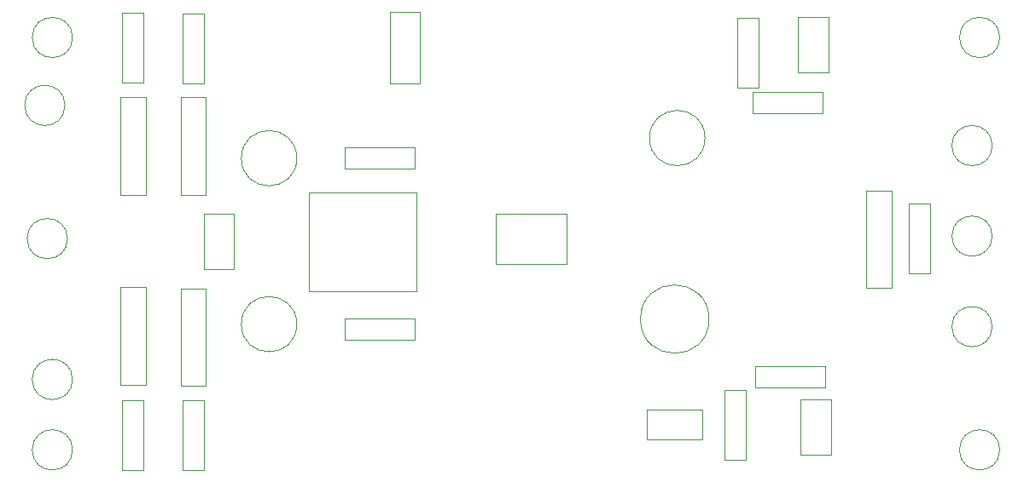
<source format=gbr>
%TF.GenerationSoftware,KiCad,Pcbnew,7.0.0-da2b9df05c~171~ubuntu22.04.1*%
%TF.CreationDate,2023-03-13T14:35:54+01:00*%
%TF.ProjectId,tht-dip,7468742d-6469-4702-9e6b-696361645f70,rev?*%
%TF.SameCoordinates,Original*%
%TF.FileFunction,Other,User*%
%FSLAX46Y46*%
G04 Gerber Fmt 4.6, Leading zero omitted, Abs format (unit mm)*
G04 Created by KiCad (PCBNEW 7.0.0-da2b9df05c~171~ubuntu22.04.1) date 2023-03-13 14:35:54*
%MOMM*%
%LPD*%
G01*
G04 APERTURE LIST*
%ADD10C,0.050000*%
G04 APERTURE END LIST*
D10*
%TO.C,C4*%
X104150000Y-63000000D02*
G75*
G03*
X104150000Y-63000000I-3400000J0D01*
G01*
%TO.C,RV1*%
X83000000Y-57500000D02*
X90000000Y-57500000D01*
X90000000Y-57500000D02*
X90000000Y-52500000D01*
X90000000Y-52500000D02*
X83000000Y-52500000D01*
X83000000Y-52500000D02*
X83000000Y-57500000D01*
%TO.C,C3*%
X98000000Y-72000000D02*
X98000000Y-75000000D01*
X98000000Y-75000000D02*
X103500000Y-75000000D01*
X103500000Y-72000000D02*
X98000000Y-72000000D01*
X103500000Y-75000000D02*
X103500000Y-72000000D01*
%TO.C,C5*%
X113000000Y-38500000D02*
X116000000Y-38500000D01*
X116000000Y-38500000D02*
X116000000Y-33000000D01*
X113000000Y-33000000D02*
X113000000Y-38500000D01*
X116000000Y-33000000D02*
X113000000Y-33000000D01*
%TO.C,C6*%
X113250000Y-76500000D02*
X116250000Y-76500000D01*
X116250000Y-76500000D02*
X116250000Y-71000000D01*
X113250000Y-71000000D02*
X113250000Y-76500000D01*
X116250000Y-71000000D02*
X113250000Y-71000000D01*
%TO.C,C7*%
X63250000Y-47000000D02*
G75*
G03*
X63250000Y-47000000I-2750000J0D01*
G01*
%TO.C,C8*%
X54000000Y-58000000D02*
X57000000Y-58000000D01*
X57000000Y-58000000D02*
X57000000Y-52500000D01*
X54000000Y-52500000D02*
X54000000Y-58000000D01*
X57000000Y-52500000D02*
X54000000Y-52500000D01*
%TO.C,C9*%
X63250000Y-63500000D02*
G75*
G03*
X63250000Y-63500000I-2750000J0D01*
G01*
%TO.C,D1*%
X122250000Y-50200000D02*
X119750000Y-50200000D01*
X119750000Y-50200000D02*
X119750000Y-59920000D01*
X122250000Y-59920000D02*
X122250000Y-50200000D01*
X119750000Y-59920000D02*
X122250000Y-59920000D01*
%TO.C,D2*%
X48250000Y-40950000D02*
X45750000Y-40950000D01*
X45750000Y-40950000D02*
X45750000Y-50670000D01*
X48250000Y-50670000D02*
X48250000Y-40950000D01*
X45750000Y-50670000D02*
X48250000Y-50670000D01*
%TO.C,D3*%
X48250000Y-59830000D02*
X45750000Y-59830000D01*
X45750000Y-59830000D02*
X45750000Y-69550000D01*
X48250000Y-69550000D02*
X48250000Y-59830000D01*
X45750000Y-69550000D02*
X48250000Y-69550000D01*
%TO.C,D4*%
X54250000Y-40950000D02*
X51750000Y-40950000D01*
X51750000Y-40950000D02*
X51750000Y-50670000D01*
X54250000Y-50670000D02*
X54250000Y-40950000D01*
X51750000Y-50670000D02*
X54250000Y-50670000D01*
%TO.C,D5*%
X54250000Y-59950000D02*
X51750000Y-59950000D01*
X51750000Y-59950000D02*
X51750000Y-69670000D01*
X54250000Y-69670000D02*
X54250000Y-59950000D01*
X51750000Y-69670000D02*
X54250000Y-69670000D01*
%TO.C,J1*%
X132250000Y-45750000D02*
G75*
G03*
X132250000Y-45750000I-2000000J0D01*
G01*
%TO.C,J2*%
X132250000Y-54750000D02*
G75*
G03*
X132250000Y-54750000I-2000000J0D01*
G01*
%TO.C,J3*%
X40250000Y-41750000D02*
G75*
G03*
X40250000Y-41750000I-2000000J0D01*
G01*
%TO.C,J4*%
X41000000Y-69000000D02*
G75*
G03*
X41000000Y-69000000I-2000000J0D01*
G01*
%TO.C,J5*%
X132250000Y-63750000D02*
G75*
G03*
X132250000Y-63750000I-2000000J0D01*
G01*
%TO.C,J6*%
X40500000Y-55000000D02*
G75*
G03*
X40500000Y-55000000I-2000000J0D01*
G01*
%TO.C,J7*%
X41000000Y-35000000D02*
G75*
G03*
X41000000Y-35000000I-2000000J0D01*
G01*
%TO.C,J8*%
X41000000Y-76000000D02*
G75*
G03*
X41000000Y-76000000I-2000000J0D01*
G01*
%TO.C,J9*%
X133000000Y-35000000D02*
G75*
G03*
X133000000Y-35000000I-2000000J0D01*
G01*
%TO.C,J10*%
X133000000Y-76000000D02*
G75*
G03*
X133000000Y-76000000I-2000000J0D01*
G01*
%TO.C,R1*%
X107800000Y-70050000D02*
X105700000Y-70050000D01*
X105700000Y-70050000D02*
X105700000Y-77030000D01*
X107800000Y-77030000D02*
X107800000Y-70050000D01*
X105700000Y-77030000D02*
X107800000Y-77030000D01*
%TO.C,R2*%
X54050000Y-32630000D02*
X51950000Y-32630000D01*
X51950000Y-32630000D02*
X51950000Y-39610000D01*
X54050000Y-39610000D02*
X54050000Y-32630000D01*
X51950000Y-39610000D02*
X54050000Y-39610000D01*
%TO.C,R3*%
X45950000Y-39530000D02*
X48050000Y-39530000D01*
X48050000Y-39530000D02*
X48050000Y-32550000D01*
X45950000Y-32550000D02*
X45950000Y-39530000D01*
X48050000Y-32550000D02*
X45950000Y-32550000D01*
%TO.C,R4*%
X48050000Y-71050000D02*
X45950000Y-71050000D01*
X45950000Y-71050000D02*
X45950000Y-78030000D01*
X48050000Y-78030000D02*
X48050000Y-71050000D01*
X45950000Y-78030000D02*
X48050000Y-78030000D01*
%TO.C,R5*%
X115450000Y-42550000D02*
X115450000Y-40450000D01*
X115450000Y-40450000D02*
X108470000Y-40450000D01*
X108470000Y-42550000D02*
X115450000Y-42550000D01*
X108470000Y-40450000D02*
X108470000Y-42550000D01*
%TO.C,R6*%
X126050000Y-51470000D02*
X123950000Y-51470000D01*
X123950000Y-51470000D02*
X123950000Y-58450000D01*
X126050000Y-58450000D02*
X126050000Y-51470000D01*
X123950000Y-58450000D02*
X126050000Y-58450000D01*
%TO.C,R7*%
X106950000Y-40030000D02*
X109050000Y-40030000D01*
X109050000Y-40030000D02*
X109050000Y-33050000D01*
X106950000Y-33050000D02*
X106950000Y-40030000D01*
X109050000Y-33050000D02*
X106950000Y-33050000D01*
%TO.C,R8*%
X115700000Y-69800000D02*
X115700000Y-67700000D01*
X115700000Y-67700000D02*
X108720000Y-67700000D01*
X108720000Y-69800000D02*
X115700000Y-69800000D01*
X108720000Y-67700000D02*
X108720000Y-69800000D01*
%TO.C,R9*%
X67970000Y-45950000D02*
X67970000Y-48050000D01*
X67970000Y-48050000D02*
X74950000Y-48050000D01*
X74950000Y-45950000D02*
X67970000Y-45950000D01*
X74950000Y-48050000D02*
X74950000Y-45950000D01*
%TO.C,R10*%
X54050000Y-71050000D02*
X51950000Y-71050000D01*
X51950000Y-71050000D02*
X51950000Y-78030000D01*
X54050000Y-78030000D02*
X54050000Y-71050000D01*
X51950000Y-78030000D02*
X54050000Y-78030000D01*
%TO.C,R11*%
X67970000Y-62950000D02*
X67970000Y-65050000D01*
X67970000Y-65050000D02*
X74950000Y-65050000D01*
X74950000Y-62950000D02*
X67970000Y-62950000D01*
X74950000Y-65050000D02*
X74950000Y-62950000D01*
%TO.C,C2*%
X72500000Y-39550000D02*
X75500000Y-39550000D01*
X75500000Y-39550000D02*
X75500000Y-32450000D01*
X72500000Y-32450000D02*
X72500000Y-39550000D01*
X75500000Y-32450000D02*
X72500000Y-32450000D01*
%TO.C,C1*%
X103750000Y-45000000D02*
G75*
G03*
X103750000Y-45000000I-2750000J0D01*
G01*
%TO.C,U1*%
X64450000Y-60220000D02*
X75150000Y-60220000D01*
X75150000Y-60220000D02*
X75150000Y-50420000D01*
X64450000Y-50420000D02*
X64450000Y-60220000D01*
X75150000Y-50420000D02*
X64450000Y-50420000D01*
%TD*%
M02*

</source>
